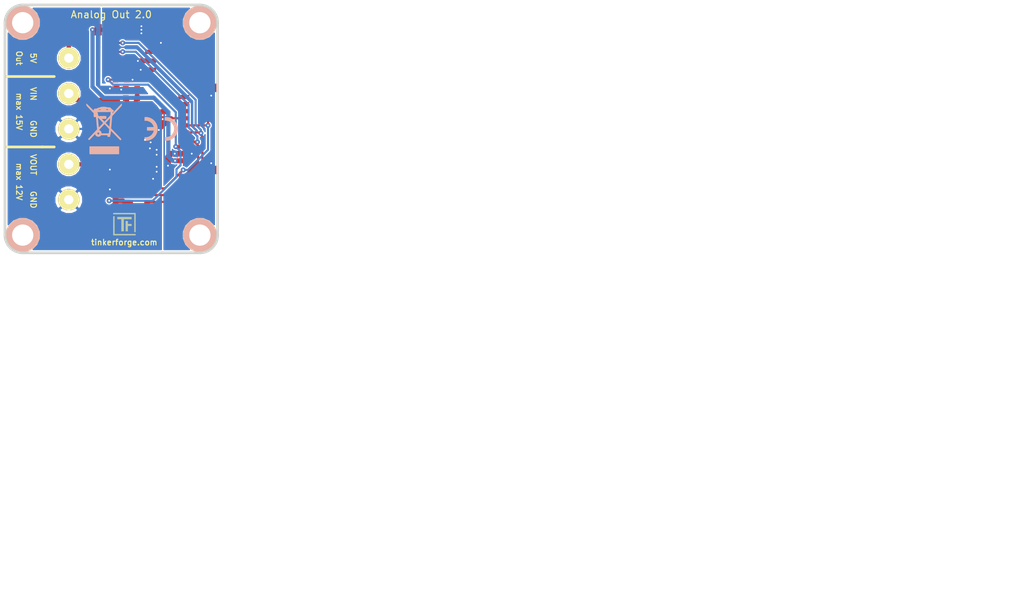
<source format=kicad_pcb>
(kicad_pcb (version 4) (host pcbnew 4.0.2+dfsg1-stable)
  (title_block (title "Analog Out Bricklet") (date "24 Feb 2015") (rev 2.0) (company "Tinkerforge GmbH") (comment 1 "Licensed under CERN OHL v.1.1") (comment 2 "Copyright (©) 2015, B.Nordmeyer <bastian@tinkerforge.com>"))
  (layers (0 Vorderseite signal) (31 Rückseite signal hide) (34 B.Paste user) (35 F.Paste user) (36 B.SilkS user) (37 F.SilkS user) (38 B.Mask user) (39 F.Mask user) (44 Edge.Cuts user))
  (net 0 "")
  (net 1 +5V)
  (net 2 GND)
  (net 3 SCL)
  (net 4 SDA)
  (net 5 VCC)
  (net 6 AGND)
  (net 7 3V3)
  (net 8 "Net-(C4-Pad1)")
  (net 9 "Net-(P1-Pad6)")
  (net 10 "Net-(R1-Pad2)")
  (net 11 "Net-(P1-Pad7)")
  (net 12 "Net-(R3-Pad1)")
  (net 13 "Net-(R4-Pad2)")
  (net 14 "Net-(P2-Pad2)")
  (net 15 "Net-(F1-Pad2)")
  (net 16 "Net-(R5-Pad1)")
  (net 17 "Net-(R10-Pad2)")
  (net 18 "Net-(P1-Pad8)")
  (net 19 "Net-(P1-Pad9)")
  (net 20 "Net-(P1-Pad10)")
  (net 21 "Net-(U1-Pad7)")
  (module kicad-libraries:R0603 (layer Vorderseite) (at 159.2 98.425 90)
    (fp_text reference R10)
    (fp_text value 68k)
    (pad 1 smd rect (at -0.8001 0 90) (size 0.8001 0.8001) (layers Vorderseite F.Paste F.Mask) (net 5 VCC))
    (pad 2 smd rect (at 0.8001 0 90) (size 0.8001 0.8001) (layers Vorderseite F.Paste F.Mask) (net 17 "Net-(R10-Pad2)"))
  )
  (module kicad-libraries:R0603 (layer Vorderseite) (at 155.9 94.425)
    (fp_text reference R9)
    (fp_text value 68k)
    (pad 1 smd rect (at -0.8001 0) (size 0.8001 0.8001) (layers Vorderseite F.Paste F.Mask) (net 6 AGND))
    (pad 2 smd rect (at 0.8001 0) (size 0.8001 0.8001) (layers Vorderseite F.Paste F.Mask) (net 16 "Net-(R5-Pad1)"))
  )
  (module kicad-libraries:R0603 (layer Vorderseite) (at 154.45 104.525)
    (fp_text reference R8)
    (fp_text value 12k)
    (pad 1 smd rect (at -0.8001 0) (size 0.8001 0.8001) (layers Vorderseite F.Paste F.Mask) (net 14 "Net-(P2-Pad2)"))
    (pad 2 smd rect (at 0.8001 0) (size 0.8001 0.8001) (layers Vorderseite F.Paste F.Mask) (net 12 "Net-(R3-Pad1)"))
  )
  (module kicad-libraries:R0603 (layer Vorderseite) (at 160.5 98.425 270)
    (fp_text reference R7)
    (fp_text value 12k)
    (pad 1 smd rect (at -0.8001 0 270) (size 0.8001 0.8001) (layers Vorderseite F.Paste F.Mask) (net 17 "Net-(R10-Pad2)"))
    (pad 2 smd rect (at 0.8001 0 270) (size 0.8001 0.8001) (layers Vorderseite F.Paste F.Mask) (net 6 AGND))
  )
  (module kicad-libraries:R0603 (layer Vorderseite) (at 157.35 104.525)
    (fp_text reference R6)
    (fp_text value 12k)
    (pad 1 smd rect (at -0.8001 0) (size 0.8001 0.8001) (layers Vorderseite F.Paste F.Mask) (net 13 "Net-(R4-Pad2)"))
    (pad 2 smd rect (at 0.8001 0) (size 0.8001 0.8001) (layers Vorderseite F.Paste F.Mask) (net 6 AGND))
  )
  (module kicad-libraries:R0603 (layer Vorderseite) (at 155.9 95.725 180)
    (fp_text reference R5)
    (fp_text value 12k)
    (pad 1 smd rect (at -0.8001 0 180) (size 0.8001 0.8001) (layers Vorderseite F.Paste F.Mask) (net 16 "Net-(R5-Pad1)"))
    (pad 2 smd rect (at 0.8001 0 180) (size 0.8001 0.8001) (layers Vorderseite F.Paste F.Mask) (net 11 "Net-(P1-Pad7)"))
  )
  (module kicad-libraries:R0603 (layer Vorderseite) (at 157.35 105.825 180)
    (fp_text reference R4)
    (fp_text value 3k3)
    (pad 1 smd rect (at -0.8001 0 180) (size 0.8001 0.8001) (layers Vorderseite F.Paste F.Mask) (net 8 "Net-(C4-Pad1)"))
    (pad 2 smd rect (at 0.8001 0 180) (size 0.8001 0.8001) (layers Vorderseite F.Paste F.Mask) (net 13 "Net-(R4-Pad2)"))
  )
  (module kicad-libraries:R0603 (layer Vorderseite) (at 154.45 105.825 180)
    (fp_text reference R3)
    (fp_text value 3k3)
    (pad 1 smd rect (at -0.8001 0 180) (size 0.8001 0.8001) (layers Vorderseite F.Paste F.Mask) (net 12 "Net-(R3-Pad1)"))
    (pad 2 smd rect (at 0.8001 0 180) (size 0.8001 0.8001) (layers Vorderseite F.Paste F.Mask) (net 6 AGND))
  )
  (module kicad-libraries:R0603 (layer Vorderseite) (at 160.25 104.525 180)
    (fp_text reference R2)
    (fp_text value 0)
    (pad 1 smd rect (at -0.8001 0 180) (size 0.8001 0.8001) (layers Vorderseite F.Paste F.Mask) (net 2 GND))
    (pad 2 smd rect (at 0.8001 0 180) (size 0.8001 0.8001) (layers Vorderseite F.Paste F.Mask) (net 6 AGND))
  )
  (module kicad-libraries:R0603 (layer Vorderseite) (at 154.45 107.125 180)
    (fp_text reference R1)
    (fp_text value 68.1)
    (pad 1 smd rect (at -0.8001 0 180) (size 0.8001 0.8001) (layers Vorderseite F.Paste F.Mask) (net 8 "Net-(C4-Pad1)"))
    (pad 2 smd rect (at 0.8001 0 180) (size 0.8001 0.8001) (layers Vorderseite F.Paste F.Mask) (net 10 "Net-(R1-Pad2)"))
  )
  (module kicad-libraries:C0603 (layer Vorderseite) (at 157.35 107.125)
    (fp_text reference C4)
    (fp_text value 180pF)
    (pad 1 smd rect (at -0.8001 0) (size 0.8001 0.8001) (layers Vorderseite F.Paste F.Mask) (net 8 "Net-(C4-Pad1)"))
    (pad 2 smd rect (at 0.8001 0) (size 0.8001 0.8001) (layers Vorderseite F.Paste F.Mask) (net 6 AGND))
  )
  (module kicad-libraries:C0603 (layer Vorderseite) (at 154.45 93.125)
    (fp_text reference C3)
    (fp_text value 100nF)
    (pad 1 smd rect (at -0.8001 0) (size 0.8001 0.8001) (layers Vorderseite F.Paste F.Mask) (net 7 3V3))
    (pad 2 smd rect (at 0.8001 0) (size 0.8001 0.8001) (layers Vorderseite F.Paste F.Mask) (net 2 GND))
  )
  (module kicad-libraries:C0603 (layer Vorderseite) (at 153.65 109.425 90)
    (fp_text reference C2)
    (fp_text value 100nF)
    (pad 1 smd rect (at -0.8001 0 90) (size 0.8001 0.8001) (layers Vorderseite F.Paste F.Mask) (net 7 3V3))
    (pad 2 smd rect (at 0.8001 0 90) (size 0.8001 0.8001) (layers Vorderseite F.Paste F.Mask) (net 6 AGND))
  )
  (module kicad-libraries:C0603 (layer Vorderseite) (at 153.8 95.175 90)
    (fp_text reference C1)
    (fp_text value 100nF)
    (pad 1 smd rect (at -0.8001 0 90) (size 0.8001 0.8001) (layers Vorderseite F.Paste F.Mask) (net 5 VCC))
    (pad 2 smd rect (at 0.8001 0 90) (size 0.8001 0.8001) (layers Vorderseite F.Paste F.Mask) (net 6 AGND))
  )
  (module kicad-libraries:AKL_5_5 (layer Vorderseite) (at 147.05 100.075 90)
    (fp_text reference P2)
    (fp_text value CONN_5)
    (pad 2 thru_hole circle (at -5 0 90) (size 2.99974 2.99974) (drill 1.30048) (layers *.Cu *.Mask F.SilkS) (net 14 "Net-(P2-Pad2)"))
    (pad 3 thru_hole circle (at 0 0 90) (size 2.99974 2.99974) (drill 1.30048) (layers *.Cu *.Mask F.SilkS) (net 6 AGND))
    (pad 4 thru_hole circle (at 5 0 90) (size 2.99974 2.99974) (drill 1.30048) (layers *.Cu *.Mask F.SilkS) (net 5 VCC))
    (pad 5 thru_hole circle (at 10 0 90) (size 2.99974 2.99974) (drill 1.30048) (layers *.Cu *.Mask F.SilkS) (net 15 "Net-(F1-Pad2)"))
    (pad 1 thru_hole circle (at -10 0 90) (size 2.99974 2.99974) (drill 1.30048) (layers *.Cu *.Mask F.SilkS) (net 6 AGND))
  )
  (module kicad-libraries:DRILL_NP (layer Vorderseite) (at 165.55 85.075)
    (fp_text reference U7 hide)
    (fp_text value DRILL hide)
    (pad "" np_thru_hole circle (at 0 0) (size 2.99974 2.99974) (drill 2.99974) (layers *.Cu *.Mask F.SilkS) (clearance 0.89916))
  )
  (module kicad-libraries:DRILL_NP (layer Vorderseite) (at 140.55 85.075)
    (fp_text reference U6 hide)
    (fp_text value DRILL hide)
    (pad "" np_thru_hole circle (at 0 0) (size 2.99974 2.99974) (drill 2.99974) (layers *.Cu *.Mask F.SilkS) (clearance 0.89916))
  )
  (module kicad-libraries:DRILL_NP (layer Vorderseite) (at 140.55 115.075)
    (fp_text reference U5 hide)
    (fp_text value DRILL hide)
    (pad "" np_thru_hole circle (at 0 0) (size 2.99974 2.99974) (drill 2.99974) (layers *.Cu *.Mask F.SilkS) (clearance 0.89916))
  )
  (module kicad-libraries:DRILL_NP (layer Vorderseite) (at 165.55 115.075)
    (fp_text reference U4 hide)
    (fp_text value DRILL hide)
    (pad "" np_thru_hole circle (at 0 0) (size 2.99974 2.99974) (drill 2.99974) (layers *.Cu *.Mask F.SilkS) (clearance 0.89916))
  )
  (module kicad-libraries:SOIC8 (layer Vorderseite) (at 155.9 100.125)
    (fp_text reference U3)
    (fp_text value TLV272IS)
    (pad 1 smd rect (at -1.90246 2.69748 180) (size 0.59944 1.5494) (layers Vorderseite F.Paste F.Mask) (net 14 "Net-(P2-Pad2)"))
    (pad 2 smd rect (at -0.63246 2.69748 180) (size 0.59944 1.5494) (layers Vorderseite F.Paste F.Mask) (net 12 "Net-(R3-Pad1)"))
    (pad 3 smd rect (at 0.63246 2.69748 180) (size 0.59944 1.5494) (layers Vorderseite F.Paste F.Mask) (net 13 "Net-(R4-Pad2)"))
    (pad 4 smd rect (at 1.90246 2.69748 180) (size 0.59944 1.5494) (layers Vorderseite F.Paste F.Mask) (net 6 AGND))
    (pad 5 smd rect (at 1.90246 -2.69748) (size 0.59944 1.5494) (layers Vorderseite F.Paste F.Mask) (net 17 "Net-(R10-Pad2)"))
    (pad 6 smd rect (at 0.63246 -2.69748) (size 0.59944 1.5494) (layers Vorderseite F.Paste F.Mask) (net 16 "Net-(R5-Pad1)"))
    (pad 7 smd rect (at -0.63246 -2.69748) (size 0.59944 1.5494) (layers Vorderseite F.Paste F.Mask) (net 11 "Net-(P1-Pad7)"))
    (pad 8 smd rect (at -1.90246 -2.69748) (size 0.59944 1.5494) (layers Vorderseite F.Paste F.Mask) (net 5 VCC))
  )
  (module kicad-libraries:SOT23-6 (layer Vorderseite) (at 156.9 109.425 270)
    (fp_text reference U2)
    (fp_text value MCP4725A0)
    (pad 1 smd rect (at -0.94996 1.19888 270) (size 0.50038 0.8001) (layers Vorderseite F.Paste F.Mask) (net 10 "Net-(R1-Pad2)") (clearance 0.14986))
    (pad 2 smd rect (at 0 1.19888 270) (size 0.50038 0.8001) (layers Vorderseite F.Paste F.Mask) (net 6 AGND) (clearance 0.14986))
    (pad 3 smd rect (at 0.94996 1.19888 270) (size 0.50038 0.8001) (layers Vorderseite F.Paste F.Mask) (net 7 3V3) (clearance 0.14986))
    (pad 6 smd rect (at -0.94996 -1.19888 270) (size 0.50038 0.8001) (layers Vorderseite F.Paste F.Mask) (net 9 "Net-(P1-Pad6)") (clearance 0.14986))
    (pad 4 smd rect (at 0.94996 -1.19888 270) (size 0.50038 0.8001) (layers Vorderseite F.Paste F.Mask) (net 4 SDA) (clearance 0.14986))
    (pad 5 smd rect (at 0 -1.19888 270) (size 0.50038 0.8001) (layers Vorderseite F.Paste F.Mask) (net 3 SCL) (clearance 0.14986))
  )
  (module kicad-libraries:SOIC8 (layer Vorderseite) (at 155.9 89.825 90)
    (fp_text reference U1)
    (fp_text value M24C64)
    (pad 1 smd rect (at -1.90246 2.69748 270) (size 0.59944 1.5494) (layers Vorderseite F.Paste F.Mask) (net 2 GND))
    (pad 2 smd rect (at -0.63246 2.69748 270) (size 0.59944 1.5494) (layers Vorderseite F.Paste F.Mask) (net 2 GND))
    (pad 3 smd rect (at 0.63246 2.69748 270) (size 0.59944 1.5494) (layers Vorderseite F.Paste F.Mask) (net 9 "Net-(P1-Pad6)"))
    (pad 4 smd rect (at 1.90246 2.69748 270) (size 0.59944 1.5494) (layers Vorderseite F.Paste F.Mask) (net 2 GND))
    (pad 5 smd rect (at 1.90246 -2.69748 90) (size 0.59944 1.5494) (layers Vorderseite F.Paste F.Mask) (net 4 SDA))
    (pad 6 smd rect (at 0.63246 -2.69748 90) (size 0.59944 1.5494) (layers Vorderseite F.Paste F.Mask) (net 3 SCL))
    (pad 7 smd rect (at -0.63246 -2.69748 90) (size 0.59944 1.5494) (layers Vorderseite F.Paste F.Mask) (net 21 "Net-(U1-Pad7)"))
    (pad 8 smd rect (at -1.90246 -2.69748 90) (size 0.59944 1.5494) (layers Vorderseite F.Paste F.Mask) (net 7 3V3))
  )
  (module kicad-libraries:CON-SENSOR (layer Vorderseite) (at 168.05 100.075 90)
    (fp_text reference P1)
    (fp_text value CON-SENSOR)
    (pad 1 smd rect (at -4.50088 -4.7752 90) (size 0.59944 1.5494) (layers Vorderseite F.Paste F.Mask) (net 1 +5V))
    (pad 2 smd rect (at -3.50012 -4.7752 90) (size 0.59944 1.5494) (layers Vorderseite F.Paste F.Mask) (net 2 GND))
    (pad 3 smd rect (at -2.49936 -4.7752 90) (size 0.59944 1.5494) (layers Vorderseite F.Paste F.Mask) (net 7 3V3))
    (pad 4 smd rect (at -1.50114 -4.7752 90) (size 0.59944 1.5494) (layers Vorderseite F.Paste F.Mask) (net 3 SCL))
    (pad 5 smd rect (at -0.50038 -4.7752 90) (size 0.59944 1.5494) (layers Vorderseite F.Paste F.Mask) (net 4 SDA))
    (pad 6 smd rect (at 0.50038 -4.7752 90) (size 0.59944 1.5494) (layers Vorderseite F.Paste F.Mask) (net 9 "Net-(P1-Pad6)"))
    (pad 7 smd rect (at 1.50114 -4.7752 90) (size 0.59944 1.5494) (layers Vorderseite F.Paste F.Mask) (net 11 "Net-(P1-Pad7)"))
    (pad 8 smd rect (at 2.49936 -4.7752 90) (size 0.59944 1.5494) (layers Vorderseite F.Paste F.Mask) (net 18 "Net-(P1-Pad8)"))
    (pad 9 smd rect (at 3.50012 -4.7752 90) (size 0.59944 1.5494) (layers Vorderseite F.Paste F.Mask) (net 19 "Net-(P1-Pad9)"))
    (pad 10 smd rect (at 4.50088 -4.7752 90) (size 0.59944 1.5494) (layers Vorderseite F.Paste F.Mask) (net 20 "Net-(P1-Pad10)"))
    (pad EP smd rect (at -5.79882 -0.89916 90) (size 1.19888 1.80086) (layers Vorderseite F.Paste F.Mask) (net 2 GND))
    (pad EP smd rect (at 5.79882 -0.89916 90) (size 1.19888 1.80086) (layers Vorderseite F.Paste F.Mask) (net 2 GND))
  )
  (module kicad-libraries:MiniMelf (layer Vorderseite) (at 154.65 86.075)
    (fp_text reference D1)
    (fp_text value 5V)
    (pad 2 smd rect (at -1.69926 0) (size 1.19888 1.6002) (layers Vorderseite F.Paste F.Mask) (net 1 +5V))
    (pad 1 smd rect (at 1.69926 0) (size 1.19888 1.6002) (layers Vorderseite F.Paste F.Mask) (net 2 GND))
  )
  (module kicad-libraries:CE_5mm (layer Rückseite) (at 160.05 100.075 180)
    (fp_text reference VAL hide)
    (fp_text value CE_5mm hide)
  )
  (module kicad-libraries:WEEE_7mm (layer Rückseite) (at 152.05 100.075 180)
    (fp_text reference VAL hide)
    (fp_text value WEEE_7mm hide)
  )
  (module kicad-libraries:Fiducial_Mark (layer Vorderseite) (at 144.25168 86.5759)
    (fp_text reference Fiducial_Mark hide)
    (fp_text value VAL** hide)
    (pad 1 smd circle (at 0 0) (size 1.00076 1.00076) (layers Vorderseite F.Paste F.Mask) (clearance 0.65024))
  )
  (module kicad-libraries:Fiducial_Mark (layer Vorderseite) (at 161.2 113.275)
    (fp_text reference Fiducial_Mark hide)
    (fp_text value VAL** hide)
    (pad 1 smd circle (at 0 0) (size 1.00076 1.00076) (layers Vorderseite F.Paste F.Mask) (clearance 0.65024))
  )
  (module kicad-libraries:Logo_31x31 (layer Vorderseite) (at 153.325 111.95)
    (fp_text reference Ref** hide)
    (fp_text value Val** hide)
  )
  (module kicad-libraries:F1206 (layer Vorderseite) (at 149.7 86.075 180)
    (fp_text reference F1)
    (fp_text value OZCJ0035FF2G)
    (pad 1 smd rect (at -1.50114 0 180) (size 1.00076 1.6002) (layers Vorderseite F.Paste F.Mask) (net 1 +5V))
    (pad 2 smd rect (at 1.50114 0 180) (size 1.00076 1.6002) (layers Vorderseite F.Paste F.Mask) (net 15 "Net-(F1-Pad2)"))
  )
  (gr_text Out (at 140.05 90.075 270) (layer F.SilkS) (effects (font (size 0.8 0.8) (thickness 0.14986))))
  (gr_line (start 145 92.675) (end 138.05 92.675) (angle 90) (layer F.SilkS) (width 0.381))
  (gr_line (start 143.3 102.625) (end 145 102.625) (angle 90) (layer F.SilkS) (width 0.381))
  (gr_line (start 143.35 102.625) (end 138.05 102.625) (angle 90) (layer F.SilkS) (width 0.381))
  (gr_line (start 168.05 85.075) (end 168.05 115.075) (angle 90) (layer Edge.Cuts) (width 0.381))
  (gr_line (start 138.05 115.075) (end 138.05 85.075) (angle 90) (layer Edge.Cuts) (width 0.381))
  (gr_line (start 140.55 82.575) (end 165.55 82.575) (angle 90) (layer Edge.Cuts) (width 0.381))
  (gr_line (start 165.55 117.575) (end 140.55 117.575) (angle 90) (layer Edge.Cuts) (width 0.381))
  (gr_text "max 12V" (at 140.05 107.525 270) (layer F.SilkS) (effects (font (size 0.8 0.8) (thickness 0.14986))))
  (gr_text GND (at 142.05 100.075 270) (layer F.SilkS) (effects (font (size 0.8 0.8) (thickness 0.14986))))
  (gr_text 5V (at 142.05 90.075 270) (layer F.SilkS) (effects (font (size 0.8001 0.8001) (thickness 0.14986))))
  (gr_text VIN (at 142.05 95.125 270) (layer F.SilkS) (effects (font (size 0.8 0.8) (thickness 0.14986))))
  (gr_text GND (at 142.05 110.075 270) (layer F.SilkS) (effects (font (size 0.8 0.8) (thickness 0.14986))))
  (gr_text VOUT (at 142.05 105.125 270) (layer F.SilkS) (effects (font (size 0.8 0.8) (thickness 0.14986))))
  (gr_arc (start 165.55086 85.07412) (end 165.55086 82.57476) (angle 90) (layer Edge.Cuts) (width 0.381))
  (gr_arc (start 140.5509 85.07412) (end 138.049 85.07412) (angle 90) (layer Edge.Cuts) (width 0.381))
  (gr_arc (start 140.5509 115.07534) (end 140.5509 117.5747) (angle 90) (layer Edge.Cuts) (width 0.381))
  (gr_arc (start 165.55086 115.07534) (end 168.05022 115.07534) (angle 90) (layer Edge.Cuts) (width 0.381))
  (gr_text tinkerforge.com (at 154.875 116.1) (layer F.SilkS) (effects (font (size 0.8001 0.8001) (thickness 0.14986))))
  (gr_text "max 15V" (at 140.05 97.625 270) (layer F.SilkS) (effects (font (size 0.8 0.8) (thickness 0.14986))))
  (gr_text "Analog Out 2.0" (at 153.05 83.925) (layer F.SilkS) (effects (font (size 1 1))))
  (segment (start 152.95074 86.075) (end 151.20114 86.075) (width 0.59944) (layer Vorderseite) (net 1))
  (segment (start 159.05 95.675) (end 161.1 97.725) (width 0.59944) (layer Rückseite) (net 1))
  (via (at 150.4 86.075) (size 0.70104) (layers Vorderseite Rückseite) (net 1))
  (segment (start 150.4 86.075) (end 150.4 94.125) (width 0.59944) (layer Rückseite) (net 1))
  (segment (start 150.4 94.125) (end 151.95 95.675) (width 0.59944) (layer Rückseite) (net 1))
  (segment (start 162.05088 104.57588) (end 163.2748 104.57588) (width 0.7) (layer Vorderseite) (net 1))
  (segment (start 162.05 104.575) (end 161.7 104.575) (width 0.59944) (layer Rückseite) (net 1))
  (segment (start 161.1 103.975) (end 161.1 97.725) (width 0.59944) (layer Rückseite) (net 1))
  (segment (start 161.7 104.575) (end 161.1 103.975) (width 0.59944) (layer Rückseite) (net 1))
  (segment (start 162.05088 104.57588) (end 162.05 104.575) (width 0.7) (layer Vorderseite) (net 1))
  (via (at 162.05 104.575) (size 0.70104) (layers Vorderseite Rückseite) (net 1))
  (segment (start 151.20114 86.075) (end 150.4 86.075) (width 0.59944) (layer Vorderseite) (net 1))
  (segment (start 151.95 95.675) (end 159.05 95.675) (width 0.59944) (layer Rückseite) (net 1))
  (segment (start 158.65 86.525) (end 157.7 85.575) (width 0.29972) (layer Rückseite) (net 2))
  (via (at 157.3 85.575) (size 0.70104) (layers Vorderseite Rückseite) (net 2))
  (segment (start 157.3 85.575) (end 156.84926 85.575) (width 0.59944) (layer Vorderseite) (net 2))
  (segment (start 157.7 85.575) (end 157.3 85.575) (width 0.29972) (layer Rückseite) (net 2))
  (segment (start 156.34926 86.075) (end 156.84926 86.575) (width 0.59944) (layer Vorderseite) (net 2))
  (segment (start 156.84926 86.575) (end 157.3 86.575) (width 0.59944) (layer Vorderseite) (net 2))
  (segment (start 157.3 86.575) (end 157.3 86.525) (width 0.59944) (layer Rückseite) (net 2))
  (via (at 157.3 86.575) (size 0.70104) (layers Vorderseite Rückseite) (net 2))
  (segment (start 156.34926 86.075) (end 156.84926 85.575) (width 0.59944) (layer Vorderseite) (net 2))
  (segment (start 153.9 86.525) (end 157.3 86.525) (width 0.29972) (layer Rückseite) (net 2))
  (segment (start 157.3 86.525) (end 158.65 86.525) (width 0.29972) (layer Rückseite) (net 2))
  (segment (start 158.65 86.525) (end 160.05 87.925) (width 0.29972) (layer Rückseite) (net 2))
  (via (at 160.05 87.925) (size 0.70104) (layers Vorderseite Rückseite) (net 2))
  (segment (start 160.85 87.925) (end 167.15 94.225) (width 0.29972) (layer Rückseite) (net 2))
  (segment (start 167.15 94.225) (end 167.15 95.375) (width 0.29972) (layer Rückseite) (net 2))
  (via (at 167.15 95.375) (size 0.70104) (layers Vorderseite Rückseite) (net 2))
  (segment (start 167.15 95.375) (end 167.15084 95.37416) (width 0.29972) (layer Vorderseite) (net 2))
  (segment (start 160.05 87.925) (end 160.85 87.925) (width 0.29972) (layer Rückseite) (net 2))
  (segment (start 167.15 98.275) (end 167.45 98.575) (width 0.29972) (layer Rückseite) (net 2))
  (segment (start 167.45 98.575) (end 167.45 104.625) (width 0.29972) (layer Rückseite) (net 2))
  (segment (start 167.45 104.625) (end 167.15 104.925) (width 0.29972) (layer Rückseite) (net 2))
  (via (at 167.15 104.925) (size 0.70104) (layers Vorderseite Rückseite) (net 2))
  (segment (start 167.15 104.925) (end 167.15084 104.92584) (width 0.29972) (layer Vorderseite) (net 2))
  (segment (start 167.15 95.375) (end 167.15 98.275) (width 0.29972) (layer Rückseite) (net 2))
  (via (at 157.3 86.075) (size 0.70104) (layers Vorderseite Rückseite) (net 2))
  (segment (start 156.34926 86.075) (end 157.3 86.075) (width 0.7) (layer Vorderseite) (net 2))
  (segment (start 161.0501 104.0249) (end 161.0501 104.525) (width 0.7) (layer Vorderseite) (net 2))
  (segment (start 161.0501 105.2749) (end 161.05 105.275) (width 0.7) (layer Vorderseite) (net 2))
  (via (at 161.05 105.275) (size 0.70104) (layers Vorderseite Rückseite) (net 2))
  (segment (start 161.0501 104.525) (end 161.0501 105.2749) (width 0.8001) (layer Vorderseite) (net 2))
  (segment (start 161.5 103.575) (end 161.0501 104.0249) (width 0.8001) (layer Vorderseite) (net 2))
  (segment (start 163.2748 103.57512) (end 162.00012 103.57512) (width 0.8001) (layer Vorderseite) (net 2))
  (via (at 162 103.575) (size 0.70104) (layers Vorderseite Rückseite) (net 2))
  (segment (start 162.00012 103.57512) (end 162 103.575) (width 0.7) (layer Vorderseite) (net 2))
  (segment (start 162 103.575) (end 161.5 103.575) (width 0.8001) (layer Vorderseite) (net 2))
  (segment (start 156.81754 90.45746) (end 158.59748 90.45746) (width 0.7) (layer Vorderseite) (net 2))
  (via (at 156.8 90.475) (size 0.70104) (layers Vorderseite Rückseite) (net 2))
  (segment (start 156.81754 90.45746) (end 156.8 90.475) (width 0.7) (layer Vorderseite) (net 2))
  (via (at 157.2 91.725) (size 0.70104) (layers Vorderseite Rückseite) (net 2))
  (segment (start 158.59748 91.72746) (end 157.20246 91.72746) (width 0.7) (layer Vorderseite) (net 2))
  (segment (start 157.20246 91.72746) (end 157.2 91.725) (width 0.7) (layer Vorderseite) (net 2))
  (segment (start 157.2 90.875) (end 156.8 90.475) (width 0.29972) (layer Rückseite) (net 2))
  (segment (start 157.2 91.725) (end 157.2 90.875) (width 0.29972) (layer Rückseite) (net 2))
  (via (at 156.05 93.125) (size 0.70104) (layers Vorderseite Rückseite) (net 2))
  (segment (start 155.2501 93.125) (end 156.05 93.125) (width 0.7) (layer Vorderseite) (net 2))
  (segment (start 156.05 92.875) (end 157.2 91.725) (width 0.29972) (layer Rückseite) (net 2))
  (segment (start 156.05 93.125) (end 156.05 92.875) (width 0.29972) (layer Rückseite) (net 2))
  (segment (start 154.1 90.475) (end 152.95 89.325) (width 0.29972) (layer Rückseite) (net 2))
  (segment (start 152.95 89.325) (end 152.95 87.475) (width 0.29972) (layer Rückseite) (net 2))
  (segment (start 152.95 87.475) (end 153.9 86.525) (width 0.29972) (layer Rückseite) (net 2))
  (segment (start 160.04754 87.92254) (end 158.59748 87.92254) (width 0.7) (layer Vorderseite) (net 2))
  (segment (start 160.04754 87.92254) (end 160.05 87.925) (width 0.7) (layer Vorderseite) (net 2))
  (segment (start 156.8 90.475) (end 154.1 90.475) (width 0.29972) (layer Rückseite) (net 2))
  (segment (start 167.15084 95.37416) (end 167.15084 94.27618) (width 0.29972) (layer Vorderseite) (net 2))
  (segment (start 167.15084 104.92584) (end 167.15084 105.87382) (width 0.29972) (layer Vorderseite) (net 2))
  (segment (start 164.4 103.375) (end 163.05 102.025) (width 0.29972) (layer Rückseite) (net 2))
  (segment (start 163.05 102.025) (end 163.05 96.775) (width 0.29972) (layer Rückseite) (net 2))
  (segment (start 163.05 96.775) (end 158 91.725) (width 0.29972) (layer Rückseite) (net 2))
  (segment (start 158 91.725) (end 157.2 91.725) (width 0.29972) (layer Rückseite) (net 2))
  (segment (start 163.2748 103.57512) (end 164.39988 103.57512) (width 0.8001) (layer Vorderseite) (net 2))
  (via (at 164.4 103.575) (size 0.70104) (layers Vorderseite Rückseite) (net 2))
  (segment (start 164.39988 103.57512) (end 164.4 103.575) (width 0.7) (layer Vorderseite) (net 2))
  (segment (start 164.4 103.575) (end 164.4 103.375) (width 0.29972) (layer Rückseite) (net 2))
  (segment (start 165.025 102.15) (end 165.3 102.425) (width 0.29972) (layer Vorderseite) (net 3))
  (segment (start 164.45114 101.57614) (end 165.025 102.15) (width 0.29972) (layer Vorderseite) (net 3))
  (segment (start 165.3 102.425) (end 165.3 104.775) (width 0.29972) (layer Vorderseite) (net 3))
  (segment (start 165.3 104.775) (end 160.65 109.425) (width 0.29972) (layer Vorderseite) (net 3))
  (segment (start 160.65 109.425) (end 158.09888 109.425) (width 0.29972) (layer Vorderseite) (net 3))
  (segment (start 163.2748 101.57614) (end 164.45114 101.57614) (width 0.29972) (layer Vorderseite) (net 3))
  (segment (start 165.025 102.1) (end 165.2 101.925) (width 0.29972) (layer Vorderseite) (net 3))
  (via (at 165.2 101.925) (size 0.70104) (layers Vorderseite Rückseite) (net 3))
  (segment (start 165.2 101.925) (end 165.2 101.125) (width 0.29972) (layer Rückseite) (net 3))
  (segment (start 165.2 101.125) (end 163.95 99.875) (width 0.29972) (layer Rückseite) (net 3))
  (segment (start 163.95 99.875) (end 163.95 96.625) (width 0.29972) (layer Rückseite) (net 3))
  (segment (start 163.95 96.625) (end 156.5 89.175) (width 0.29972) (layer Rückseite) (net 3))
  (segment (start 156.5 89.175) (end 154.65 89.175) (width 0.29972) (layer Rückseite) (net 3))
  (via (at 154.65 89.175) (size 0.70104) (layers Vorderseite Rückseite) (net 3))
  (segment (start 154.65 89.175) (end 154.63246 89.19254) (width 0.29972) (layer Vorderseite) (net 3))
  (segment (start 154.63246 89.19254) (end 153.20252 89.19254) (width 0.29972) (layer Vorderseite) (net 3))
  (segment (start 165.025 102.15) (end 165.025 102.1) (width 0.29972) (layer Vorderseite) (net 3))
  (segment (start 165.6 100.825) (end 165.9 101.125) (width 0.29972) (layer Vorderseite) (net 4))
  (segment (start 165.35038 100.57538) (end 165.6 100.825) (width 0.29972) (layer Vorderseite) (net 4))
  (segment (start 165.9 101.125) (end 165.9 105.625) (width 0.29972) (layer Vorderseite) (net 4))
  (segment (start 165.9 105.625) (end 161.15004 110.37496) (width 0.29972) (layer Vorderseite) (net 4))
  (segment (start 161.15004 110.37496) (end 158.09888 110.37496) (width 0.29972) (layer Vorderseite) (net 4))
  (segment (start 163.2748 100.57538) (end 165.35038 100.57538) (width 0.29972) (layer Vorderseite) (net 4))
  (segment (start 165.7 100.225) (end 164.95 99.475) (width 0.29972) (layer Rückseite) (net 4))
  (segment (start 164.95 99.475) (end 164.95 95.975) (width 0.29972) (layer Rückseite) (net 4))
  (segment (start 164.95 95.975) (end 156.9 87.925) (width 0.29972) (layer Rückseite) (net 4))
  (segment (start 156.9 87.925) (end 154.65 87.925) (width 0.29972) (layer Rückseite) (net 4))
  (via (at 154.65 87.925) (size 0.70104) (layers Vorderseite Rückseite) (net 4))
  (segment (start 154.65 87.925) (end 154.64754 87.92254) (width 0.29972) (layer Vorderseite) (net 4))
  (segment (start 154.64754 87.92254) (end 153.20252 87.92254) (width 0.29972) (layer Vorderseite) (net 4))
  (segment (start 165.6 100.825) (end 165.6 100.775) (width 0.29972) (layer Vorderseite) (net 4))
  (via (at 165.7 100.675) (size 0.70104) (layers Vorderseite Rückseite) (net 4))
  (segment (start 165.6 100.775) (end 165.7 100.675) (width 0.29972) (layer Vorderseite) (net 4))
  (segment (start 165.7 100.675) (end 165.7 100.225) (width 0.29972) (layer Rückseite) (net 4))
  (segment (start 153.99754 96.17264) (end 153.8 95.9751) (width 0.59944) (layer Vorderseite) (net 5))
  (segment (start 153.99754 97.42752) (end 153.99754 96.17264) (width 0.59944) (layer Vorderseite) (net 5))
  (segment (start 147.9501 95.9751) (end 147.05 95.075) (width 0.59944) (layer Vorderseite) (net 5))
  (segment (start 153.8 95.9751) (end 147.9501 95.9751) (width 0.59944) (layer Vorderseite) (net 5))
  (segment (start 154.8501 99.2251) (end 153.99754 98.37254) (width 0.59944) (layer Vorderseite) (net 5))
  (segment (start 153.99754 98.37254) (end 153.99754 97.42752) (width 0.59944) (layer Vorderseite) (net 5))
  (segment (start 159.2 99.2251) (end 154.8501 99.2251) (width 0.59944) (layer Vorderseite) (net 5))
  (segment (start 159.4499 104.525) (end 158.1501 104.525) (width 0.7) (layer Vorderseite) (net 6))
  (segment (start 147.05 100.075) (end 156.25 100.075) (width 0.29972) (layer Rückseite) (net 6))
  (segment (start 152.85 108.625) (end 148.5 108.625) (width 0.29972) (layer Rückseite) (net 6))
  (segment (start 148.5 108.625) (end 147.05 110.075) (width 0.29972) (layer Rückseite) (net 6))
  (segment (start 152.85 105.825) (end 153.6499 105.825) (width 0.7) (layer Vorderseite) (net 6))
  (segment (start 155.05 109.425) (end 154.2499 108.6249) (width 0.59944) (layer Vorderseite) (net 6))
  (segment (start 155.70112 109.425) (end 155.05 109.425) (width 0.59944) (layer Vorderseite) (net 6))
  (via (at 158.6 101.975) (size 0.70104) (layers Vorderseite Rückseite) (net 6))
  (segment (start 157.80246 102.77254) (end 158.6 101.975) (width 0.7) (layer Vorderseite) (net 6))
  (segment (start 157.80246 102.82248) (end 157.80246 102.77254) (width 0.7) (layer Vorderseite) (net 6))
  (via (at 152.85 105.825) (size 0.70104) (layers Vorderseite Rückseite) (net 6))
  (via (at 152.85 108.625) (size 0.70104) (layers Vorderseite Rückseite) (net 6))
  (segment (start 152.85 108.625) (end 152.85 105.825) (width 0.29972) (layer Rückseite) (net 6))
  (segment (start 156.45 107.125) (end 154.95 108.625) (width 0.29972) (layer Rückseite) (net 6))
  (segment (start 154.95 108.625) (end 152.85 108.625) (width 0.29972) (layer Rückseite) (net 6))
  (segment (start 158.1501 107.125) (end 158.95 107.125) (width 0.7) (layer Vorderseite) (net 6))
  (via (at 158.95 107.125) (size 0.70104) (layers Vorderseite Rückseite) (net 6))
  (segment (start 158.95 107.125) (end 156.45 107.125) (width 0.29972) (layer Rückseite) (net 6))
  (segment (start 158.95 105.925) (end 159.45 105.425) (width 0.29972) (layer Rückseite) (net 6))
  (segment (start 159.4499 105.4249) (end 159.4499 104.525) (width 0.7) (layer Vorderseite) (net 6))
  (via (at 159.45 105.425) (size 0.70104) (layers Vorderseite Rückseite) (net 6))
  (segment (start 159.4499 105.4249) (end 159.45 105.425) (width 0.7) (layer Vorderseite) (net 6))
  (segment (start 158.95 107.125) (end 158.95 105.925) (width 0.29972) (layer Rückseite) (net 6))
  (segment (start 159.4 103.725) (end 158.5 102.825) (width 0.29972) (layer Rückseite) (net 6))
  (segment (start 158.49748 102.82248) (end 157.80246 102.82248) (width 0.7) (layer Vorderseite) (net 6))
  (via (at 158.5 102.825) (size 0.70104) (layers Vorderseite Rückseite) (net 6))
  (segment (start 158.49748 102.82248) (end 158.5 102.825) (width 0.7) (layer Vorderseite) (net 6))
  (segment (start 159.4499 104.525) (end 159.4499 103.7251) (width 0.7) (layer Vorderseite) (net 6))
  (segment (start 159.4499 103.7251) (end 159.45 103.725) (width 0.7) (layer Vorderseite) (net 6))
  (via (at 159.45 103.725) (size 0.70104) (layers Vorderseite Rückseite) (net 6))
  (segment (start 159.45 103.725) (end 159.4 103.725) (width 0.29972) (layer Rückseite) (net 6))
  (segment (start 157.80246 102.82248) (end 157.80246 101.62746) (width 0.7) (layer Vorderseite) (net 6))
  (via (at 159.45 103.025) (size 0.70104) (layers Vorderseite Rückseite) (net 6))
  (segment (start 159.45 103.725) (end 159.45 103.025) (width 0.7) (layer Vorderseite) (net 6))
  (via (at 159.45 106.125) (size 0.70104) (layers Vorderseite Rückseite) (net 6))
  (segment (start 159.45 105.425) (end 159.45 106.125) (width 0.7) (layer Vorderseite) (net 6))
  (segment (start 156.25 100.075) (end 157.8 101.625) (width 0.29972) (layer Rückseite) (net 6))
  (segment (start 157.80246 101.62746) (end 157.8 101.625) (width 0.7) (layer Vorderseite) (net 6))
  (via (at 157.8 101.625) (size 0.70104) (layers Vorderseite Rückseite) (net 6))
  (segment (start 152.8501 94.3749) (end 152.85 94.375) (width 0.59944) (layer Vorderseite) (net 6))
  (via (at 152.85 94.375) (size 0.70104) (layers Vorderseite Rückseite) (net 6))
  (segment (start 153.8 94.3749) (end 152.8501 94.3749) (width 0.59944) (layer Vorderseite) (net 6))
  (segment (start 154.55 94.425) (end 154.45 94.525) (width 0.59944) (layer Vorderseite) (net 6))
  (via (at 154.45 94.525) (size 0.70104) (layers Vorderseite Rückseite) (net 6))
  (segment (start 155.0999 94.425) (end 154.55 94.425) (width 0.59944) (layer Vorderseite) (net 6))
  (via (at 159.75 100.225) (size 0.70104) (layers Vorderseite Rückseite) (net 6))
  (segment (start 160.5 99.475) (end 159.75 100.225) (width 0.59944) (layer Vorderseite) (net 6))
  (segment (start 160.5 99.2251) (end 160.5 99.475) (width 0.59944) (layer Vorderseite) (net 6))
  (segment (start 152.8501 108.6249) (end 152.85 108.625) (width 0.7) (layer Vorderseite) (net 6))
  (segment (start 154.2499 108.6249) (end 153.65 108.6249) (width 0.59944) (layer Vorderseite) (net 6))
  (segment (start 153.65 108.6249) (end 152.8501 108.6249) (width 0.7) (layer Vorderseite) (net 6))
  (segment (start 154.7001 110.2251) (end 153.65 110.2251) (width 0.59944) (layer Vorderseite) (net 7))
  (segment (start 152.7501 110.2251) (end 152.75 110.225) (width 0.29972) (layer Vorderseite) (net 7))
  (via (at 152.75 110.225) (size 0.70104) (layers Vorderseite Rückseite) (net 7))
  (segment (start 152.75 110.225) (end 152.75 110.225) (width 0.29972) (layer Rückseite) (net 7))
  (segment (start 152.75 110.225) (end 158.9 110.225) (width 0.29972) (layer Rückseite) (net 7))
  (segment (start 153.65 110.2251) (end 152.7501 110.2251) (width 0.29972) (layer Vorderseite) (net 7))
  (segment (start 162.825 105.2) (end 162.25 105.775) (width 0.29972) (layer Rückseite) (net 7))
  (segment (start 162.25 105.775) (end 162.25 106.875) (width 0.29972) (layer Rückseite) (net 7))
  (segment (start 162.25 106.875) (end 158.9 110.225) (width 0.29972) (layer Rückseite) (net 7))
  (segment (start 154.84996 110.37496) (end 154.7001 110.2251) (width 0.59944) (layer Vorderseite) (net 7))
  (segment (start 155.70112 110.37496) (end 154.84996 110.37496) (width 0.59944) (layer Vorderseite) (net 7))
  (segment (start 153.6499 92.17484) (end 153.20252 91.72746) (width 0.7) (layer Vorderseite) (net 7))
  (segment (start 153.6499 93.125) (end 153.6499 92.17484) (width 0.7) (layer Vorderseite) (net 7))
  (via (at 162.15 102.575) (size 0.70104) (layers Vorderseite Rückseite) (net 7))
  (segment (start 163.2748 102.57436) (end 162.15064 102.57436) (width 0.29972) (layer Vorderseite) (net 7))
  (segment (start 162.15064 102.57436) (end 162.15 102.575) (width 0.29972) (layer Vorderseite) (net 7))
  (segment (start 162.15 97.725) (end 158.25 93.825) (width 0.29972) (layer Rückseite) (net 7))
  (segment (start 153.3 93.825) (end 158.25 93.825) (width 0.29972) (layer Rückseite) (net 7))
  (segment (start 153.3 93.825) (end 152.6 93.125) (width 0.29972) (layer Rückseite) (net 7))
  (via (at 152.6 93.125) (size 0.70104) (layers Vorderseite Rückseite) (net 7))
  (segment (start 152.6 93.125) (end 153.6499 93.125) (width 0.29972) (layer Vorderseite) (net 7))
  (segment (start 162.15 102.575) (end 162.15 97.725) (width 0.29972) (layer Rückseite) (net 7))
  (segment (start 162.825 103.25) (end 162.15 102.575) (width 0.29972) (layer Rückseite) (net 7))
  (segment (start 162.825 105.2) (end 162.825 103.25) (width 0.29972) (layer Rückseite) (net 7))
  (segment (start 158.1501 105.825) (end 157.85 105.825) (width 0.29972) (layer Vorderseite) (net 8))
  (segment (start 156.5499 107.125) (end 155.2501 107.125) (width 0.7) (layer Vorderseite) (net 8))
  (segment (start 156.55 107.125) (end 156.5499 107.125) (width 0.29972) (layer Vorderseite) (net 8))
  (segment (start 157.85 105.825) (end 156.55 107.125) (width 0.29972) (layer Vorderseite) (net 8))
  (via (at 163.2 105.875) (size 0.70104) (layers Vorderseite Rückseite) (net 9))
  (segment (start 160.59996 108.47504) (end 163.2 105.875) (width 0.29972) (layer Vorderseite) (net 9))
  (segment (start 158.09888 108.47504) (end 160.59996 108.47504) (width 0.29972) (layer Vorderseite) (net 9))
  (segment (start 160.56754 89.19254) (end 158.59748 89.19254) (width 0.29972) (layer Vorderseite) (net 9))
  (segment (start 164.7 93.325) (end 160.56754 89.19254) (width 0.29972) (layer Vorderseite) (net 9))
  (segment (start 166.69962 99.57462) (end 166.7 99.575) (width 0.29972) (layer Vorderseite) (net 9))
  (via (at 166.7 99.575) (size 0.70104) (layers Vorderseite Rückseite) (net 9))
  (segment (start 166.7 99.575) (end 166.7 103.025) (width 0.29972) (layer Rückseite) (net 9))
  (segment (start 166.7 103.025) (end 163.85 105.875) (width 0.29972) (layer Rückseite) (net 9))
  (segment (start 163.85 105.875) (end 163.2 105.875) (width 0.29972) (layer Rückseite) (net 9))
  (segment (start 163.2748 99.57462) (end 166.69962 99.57462) (width 0.29972) (layer Vorderseite) (net 9))
  (segment (start 166.7 96.975) (end 164.7 94.975) (width 0.29972) (layer Vorderseite) (net 9))
  (segment (start 164.7 94.975) (end 164.7 93.325) (width 0.29972) (layer Vorderseite) (net 9))
  (segment (start 166.7 99.575) (end 166.7 96.975) (width 0.29972) (layer Vorderseite) (net 9))
  (segment (start 153.8 107.125) (end 153.6499 107.125) (width 0.29972) (layer Vorderseite) (net 10))
  (segment (start 155.15004 108.47504) (end 153.8 107.125) (width 0.29972) (layer Vorderseite) (net 10))
  (segment (start 155.70112 108.47504) (end 155.15004 108.47504) (width 0.29972) (layer Vorderseite) (net 10))
  (segment (start 155.26754 95.89264) (end 155.0999 95.725) (width 0.59944) (layer Vorderseite) (net 11))
  (segment (start 155.26754 97.42752) (end 155.26754 95.89264) (width 0.59944) (layer Vorderseite) (net 11))
  (segment (start 155.26754 98.14254) (end 155.26754 97.42752) (width 0.29972) (layer Vorderseite) (net 11))
  (segment (start 161.69886 98.57386) (end 161.55 98.425) (width 0.29972) (layer Vorderseite) (net 11))
  (segment (start 161.55 98.425) (end 158.55 98.425) (width 0.29972) (layer Vorderseite) (net 11))
  (segment (start 158.55 98.425) (end 158.4 98.575) (width 0.29972) (layer Vorderseite) (net 11))
  (segment (start 158.4 98.575) (end 155.7 98.575) (width 0.29972) (layer Vorderseite) (net 11))
  (segment (start 155.7 98.575) (end 155.26754 98.14254) (width 0.29972) (layer Vorderseite) (net 11))
  (segment (start 163.2748 98.57386) (end 161.69886 98.57386) (width 0.29972) (layer Vorderseite) (net 11))
  (segment (start 155.2501 102.83992) (end 155.26754 102.82248) (width 0.7) (layer Vorderseite) (net 12))
  (segment (start 155.2501 104.525) (end 155.2501 102.83992) (width 0.7) (layer Vorderseite) (net 12))
  (segment (start 155.2501 104.525) (end 155.2501 105.825) (width 0.7) (layer Vorderseite) (net 12))
  (segment (start 156.5499 105.825) (end 156.5499 104.525) (width 0.7) (layer Vorderseite) (net 13))
  (segment (start 156.5499 102.83992) (end 156.53246 102.82248) (width 0.7) (layer Vorderseite) (net 13))
  (segment (start 156.5499 104.525) (end 156.5499 102.83992) (width 0.7) (layer Vorderseite) (net 13))
  (segment (start 150.95 105.075) (end 147.05 105.075) (width 0.59944) (layer Vorderseite) (net 14))
  (segment (start 153.6499 104.525) (end 151.5 104.525) (width 0.59944) (layer Vorderseite) (net 14))
  (segment (start 151.5 104.525) (end 150.95 105.075) (width 0.59944) (layer Vorderseite) (net 14))
  (segment (start 153.99754 104.17736) (end 153.6499 104.525) (width 0.7) (layer Vorderseite) (net 14))
  (segment (start 153.99754 102.82248) (end 153.99754 104.17736) (width 0.7) (layer Vorderseite) (net 14))
  (segment (start 148.19886 86.075) (end 147.05 87.22386) (width 0.59944) (layer Vorderseite) (net 15))
  (segment (start 147.05 87.22386) (end 147.05 90.075) (width 0.59944) (layer Vorderseite) (net 15))
  (segment (start 147.05 90.775) (end 147.05 90.075) (width 0.59944) (layer Rückseite) (net 15))
  (segment (start 156.53246 95.89264) (end 156.7001 95.725) (width 0.59944) (layer Vorderseite) (net 16))
  (segment (start 156.53246 97.42752) (end 156.53246 95.89264) (width 0.59944) (layer Vorderseite) (net 16))
  (segment (start 156.7001 94.425) (end 156.7001 95.725) (width 0.59944) (layer Vorderseite) (net 16))
  (segment (start 157.80508 97.4249) (end 157.80246 97.42752) (width 0.59944) (layer Vorderseite) (net 17))
  (segment (start 160.5 97.6249) (end 159.2 97.6249) (width 0.59944) (layer Vorderseite) (net 17))
  (segment (start 157.99984 97.6249) (end 157.80246 97.42752) (width 0.59944) (layer Vorderseite) (net 17))
  (segment (start 159.2 97.6249) (end 157.99984 97.6249) (width 0.59944) (layer Vorderseite) (net 17))
  (zone (net 6) (net_name AGND) (layer Rückseite) (connect_pads (clearance 0.1778)) (min_thickness 0.1778) (fill yes (arc_segments 16) (thermal_gap 0.381) (thermal_bridge_width 0.381))
    (polygon (pts (xy 151.55 82.575) (xy 151.5 93.975) (xy 157.45 93.975) (xy 160.2 97.775) (xy 160.2 117.575) (xy 138.05 117.575) (xy 138.05 82.575)))
  )
  (zone (net 2) (net_name GND) (layer Rückseite) (connect_pads (clearance 0.1778)) (min_thickness 0.1778) (fill yes (arc_segments 16) (thermal_gap 0.381) (thermal_bridge_width 0.381))
    (polygon (pts (xy 168 117.575) (xy 160.4 117.575) (xy 160.4 97.675) (xy 157.7 93.675) (xy 151.75 93.675) (xy 151.75 82.575) (xy 168 82.575)))
  )
)
</source>
